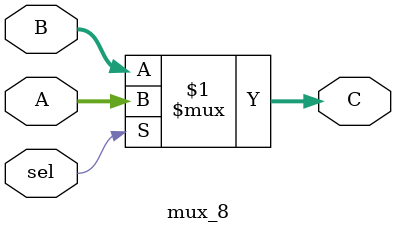
<source format=sv>
`timescale 1ns / 1ps

module mux_8(
    input sel,
    input [7:0] A, B,    
    output [7:0] C
    );
    assign C = (sel) ? A : B;    
endmodule

</source>
